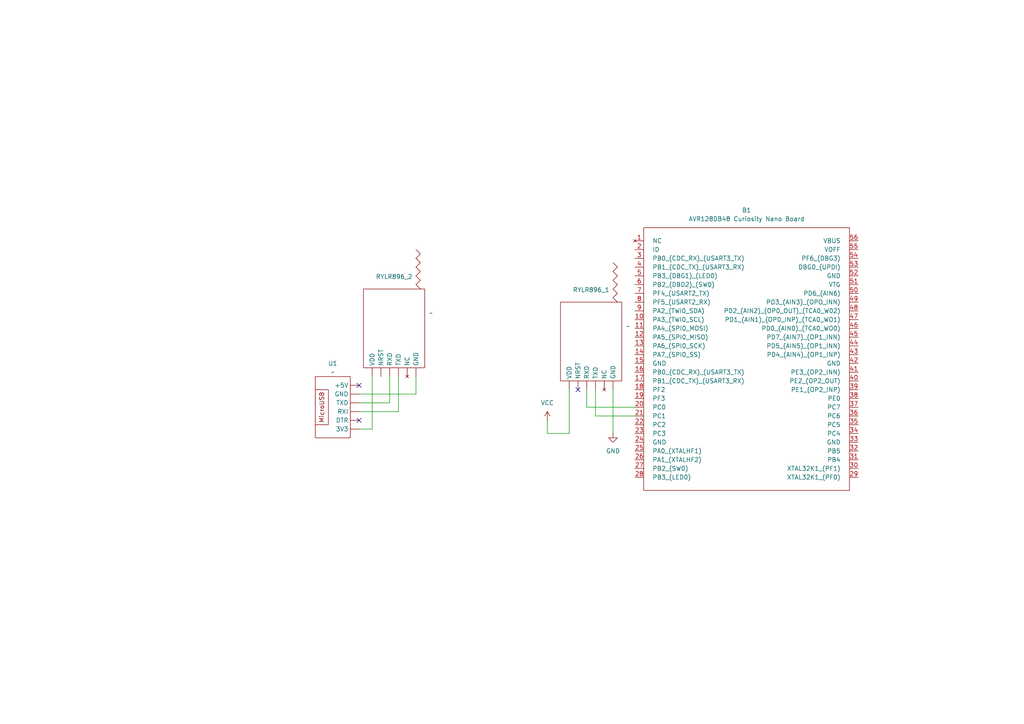
<source format=kicad_sch>
(kicad_sch (version 20231120) (generator "eeschema") (generator_version "8.0")
  (paper "A4")
  (title_block (title "ESE381-Lab09-DT2") (date "2025-04-15") (rev "0") (company "Stony Brook University") (comment 1 "Lab Section 02") (comment 2 "SBUID 114639231") (comment 3 "Hwang Mingi"))
  (lib_symbols
    (symbol "CP2102_USB_to_UART:CP2012_OCP"
      (property "Reference" "U" (at 0 8.89 0))
      (symbol "CP2012_OCP_0_1"
        (rectangle (start -8.89 5.08) (end 8.89 -5.08))
      )
      (symbol "CP2012_OCP_1_1"
        (text_box "MicroUSB" (at -5.08 5.08 0) (size 10.16 -3.81) (effects (font (size 1.27 1.27))))
        (pin output line (at 6.35 -7.62 90) (length 2.54) (name "+5V") (number ""))
        (pin output line (at -6.35 -7.62 90) (length 2.54) (name "3V3") (number ""))
        (pin output line (at -3.81 -7.62 90) (length 2.54) (name "DTR") (number ""))
        (pin output line (at 3.81 -7.62 90) (length 2.54) (name "GND") (number ""))
        (pin output line (at -1.27 -7.62 90) (length 2.54) (name "RXI") (number ""))
        (pin output line (at 1.27 -7.62 90) (length 2.54) (name "TXD") (number ""))
      )
    )
    (symbol "Curiosity_Nano:avr128db48_Curiosity_Nano" (pin_names (offset 2.54))
      (property "Reference" "B" (at -2.032 42.418 0))
      (property "Value" "AVR128DB48 Curiosity Nano Board" (at 1.27 39.116 0))
      (symbol "avr128db48_Curiosity_Nano_0_1"
        (rectangle (start -30.48 36.83) (end 29.21 -39.37))
        (rectangle (start 29.21 -39.37) (end 29.21 -39.37))
      )
      (symbol "avr128db48_Curiosity_Nano_1_1"
        (pin no_connect line (at -33.02 33.02 0) (length 2.54) (name "NC") (number "1"))
        (pin bidirectional line (at -33.02 10.16 0) (length 2.54) (name "PA3_(TWI0_SCL)") (number "10"))
        (pin bidirectional line (at -33.02 7.62 0) (length 2.54) (name "PA4_(SPI0_MOSI)") (number "11"))
        (pin bidirectional line (at -33.02 5.08 0) (length 2.54) (name "PA5_(SPI0_MISO)") (number "12"))
        (pin bidirectional line (at -33.02 2.54 0) (length 2.54) (name "PA6_(SPI0_SCK)") (number "13"))
        (pin bidirectional line (at -33.02 0 0) (length 2.54) (name "PA7_(SPI0_SS)") (number "14"))
        (pin input line (at -33.02 -2.54 0) (length 2.54) (name "GND") (number "15"))
        (pin bidirectional line (at -33.02 -5.08 0) (length 2.54) (name "PB0_(CDC_RX)_(USART3_TX)") (number "16"))
        (pin bidirectional line (at -33.02 -7.62 0) (length 2.54) (name "PB1_(CDC_TX)_(USART3_RX)") (number "17"))
        (pin bidirectional line (at -33.02 -10.16 0) (length 2.54) (name "PF2") (number "18"))
        (pin bidirectional line (at -33.02 -12.7 0) (length 2.54) (name "PF3") (number "19"))
        (pin bidirectional line (at -33.02 30.48 0) (length 2.54) (name "ID") (number "2"))
        (pin bidirectional line (at -33.02 -15.24 0) (length 2.54) (name "PC0") (number "20"))
        (pin bidirectional line (at -33.02 -17.78 0) (length 2.54) (name "PC1") (number "21"))
        (pin bidirectional line (at -33.02 -20.32 0) (length 2.54) (name "PC2") (number "22"))
        (pin bidirectional line (at -33.02 -22.86 0) (length 2.54) (name "PC3") (number "23"))
        (pin input line (at -33.02 -25.4 0) (length 2.54) (name "GND") (number "24"))
        (pin input line (at -33.02 -27.94 0) (length 2.54) (name "PA0_(XTALHF1)") (number "25"))
        (pin input line (at -33.02 -30.48 0) (length 2.54) (name "PA1_(XTALHF2)") (number "26"))
        (pin bidirectional line (at -33.02 -33.02 0) (length 2.54) (name "PB2_(SW0)") (number "27"))
        (pin bidirectional line (at -33.02 -35.56 0) (length 2.54) (name "PB3_(LED0)") (number "28"))
        (pin bidirectional line (at 31.75 -35.56 180) (length 2.54) (name "XTAL32K1_(PF0)") (number "29"))
        (pin bidirectional line (at -33.02 27.94 0) (length 2.54) (name "PB0_(CDC_RX)_(USART3_TX)") (number "3"))
        (pin bidirectional line (at 31.75 -33.02 180) (length 2.54) (name "XTAL32K1_(PF1)") (number "30"))
        (pin bidirectional line (at 31.75 -30.48 180) (length 2.54) (name "PB4") (number "31"))
        (pin bidirectional line (at 31.75 -27.94 180) (length 2.54) (name "PB5") (number "32"))
        (pin input line (at 31.75 -25.4 180) (length 2.54) (name "GND") (number "33"))
        (pin bidirectional line (at 31.75 -22.86 180) (length 2.54) (name "PC4") (number "34"))
        (pin bidirectional line (at 31.75 -20.32 180) (length 2.54) (name "PC5") (number "35"))
        (pin bidirectional line (at 31.75 -17.78 180) (length 2.54) (name "PC6") (number "36"))
        (pin bidirectional line (at 31.75 -15.24 180) (length 2.54) (name "PC7") (number "37"))
        (pin bidirectional line (at 31.75 -12.7 180) (length 2.54) (name "PE0") (number "38"))
        (pin bidirectional line (at 31.75 -10.16 180) (length 2.54) (name "PE1_(OP2_INP)") (number "39"))
        (pin bidirectional line (at -33.02 25.4 0) (length 2.54) (name "PB1_(CDC_TX)_(USART3_RX)") (number "4"))
        (pin bidirectional line (at 31.75 -7.62 180) (length 2.54) (name "PE2_(OP2_OUT)") (number "40"))
        (pin bidirectional line (at 31.75 -5.08 180) (length 2.54) (name "PE3_(OP2_INN)") (number "41"))
        (pin input line (at 31.75 -2.54 180) (length 2.54) (name "GND") (number "42"))
        (pin bidirectional line (at 31.75 0 180) (length 2.54) (name "PD4_(AIN4)_(OP1_INP)") (number "43"))
        (pin bidirectional line (at 31.75 2.54 180) (length 2.54) (name "PD5_(AIN5)_(OP1_INN)") (number "44"))
        (pin bidirectional line (at 31.75 5.08 180) (length 2.54) (name "PD7_(AIN7)_(OP1_INN)") (number "45"))
        (pin bidirectional line (at 31.75 7.62 180) (length 2.54) (name "PD0_(AIN0)_(TCA0_WO0)") (number "46"))
        (pin bidirectional line (at 31.75 10.16 180) (length 2.54) (name "PD1_(AIN1)_(OP0_INP)_(TCA0_WO1)") (number "47"))
        (pin bidirectional line (at 31.75 12.7 180) (length 2.54) (name "PD2_(AIN2)_(OP0_OUT)_(TCA0_W02)") (number "48"))
        (pin bidirectional line (at 31.75 15.24 180) (length 2.54) (name "PD3_(AIN3)_(OPO_INN)") (number "49"))
        (pin bidirectional line (at -33.02 22.86 0) (length 2.54) (name "PB3_(DBG1)_(LED0)") (number "5"))
        (pin bidirectional line (at 31.75 17.78 180) (length 2.54) (name "PD6_(AIN6)") (number "50"))
        (pin power_out line (at 31.75 20.32 180) (length 2.54) (name "VTG") (number "51"))
        (pin input line (at 31.75 22.86 180) (length 2.54) (name "GND") (number "52"))
        (pin bidirectional line (at 31.75 25.4 180) (length 2.54) (name "DBG0_(UPDI)") (number "53"))
        (pin bidirectional line (at 31.75 27.94 180) (length 2.54) (name "PF6_(DBG3)") (number "54"))
        (pin input line (at 31.75 30.48 180) (length 2.54) (name "VOFF") (number "55"))
        (pin power_out line (at 31.75 33.02 180) (length 2.54) (name "VBUS") (number "56"))
        (pin bidirectional line (at -33.02 20.32 0) (length 2.54) (name "PB2_(DBD2)_(SW0)") (number "6"))
        (pin bidirectional line (at -33.02 17.78 0) (length 2.54) (name "PF4_(USART2_TX)") (number "7"))
        (pin bidirectional line (at -33.02 15.24 0) (length 2.54) (name "PF5_(USART2_RX)") (number "8"))
        (pin bidirectional line (at -33.02 12.7 0) (length 2.54) (name "PA2_(TWI0_SDA)") (number "9"))
      )
    )
    (symbol "RYLR896:RYLR896"
      (property "Reference" "RYLR896_1" (at 0 22.352 0))
      (symbol "RYLR896_0_1"
        (rectangle (start -8.89 7.62) (end 8.89 -15.24))
        (polyline (pts (xy 6.35 16.51) (xy 7.62 17.78) (xy 6.35 19.05)))
        (polyline (pts (xy 7.62 7.62) (xy 6.35 8.89) (xy 7.62 10.16) (xy 6.35 11.43) (xy 7.62 12.7) (xy 6.35 13.97) (xy 7.62 15.24) (xy 6.35 16.51)))
      )
      (symbol "RYLR896_1_1"
        (pin power_in line (at 6.35 -17.78 90) (length 2.54) (name "GND") (number ""))
        (pin no_connect line (at 3.81 -17.78 90) (length 2.54) (name "NC") (number ""))
        (pin input line (at -3.81 -17.78 90) (length 2.54) (name "NRST") (number ""))
        (pin input line (at -1.27 -17.78 90) (length 2.54) (name "RXD") (number ""))
        (pin output line (at 1.27 -17.78 90) (length 2.54) (name "TXD") (number ""))
        (pin power_in line (at -6.35 -17.78 90) (length 2.54) (name "VDD") (number ""))
      )
    )
    (symbol "power:GND" (power) (pin_numbers hide) (pin_names (offset 0) hide)
      (property "Value" "GND" (at 0 -3.81 0))
      (symbol "GND_0_1"
        (polyline (pts (xy 0 0) (xy 0 -1.27) (xy 1.27 -1.27) (xy 0 -2.54) (xy -1.27 -1.27) (xy 0 -1.27)))
      )
      (symbol "GND_1_1"
        (pin power_in line (at 0 0 270) (length 0) (name "~") (number "1"))
      )
    )
    (symbol "power:VCC" (power) (pin_numbers hide) (pin_names (offset 0) hide)
      (property "Value" "VCC" (at 0 3.556 0))
      (symbol "VCC_0_1"
        (polyline (pts (xy -0.762 1.27) (xy 0 2.54)))
        (polyline (pts (xy 0 0) (xy 0 2.54)))
        (polyline (pts (xy 0 2.54) (xy 0.762 1.27)))
      )
      (symbol "VCC_1_1"
        (pin power_in line (at 0 0 90) (length 0) (name "~") (number "1"))
      )
    )
  )
  (no_connect (at 104.14 111.76))
  (no_connect (at 167.64 113.03))
  (no_connect (at 104.14 121.92))
  (wire (pts (xy 165.1 113.03) (xy 165.1 125.73)))
  (wire (pts (xy 184.15 118.11) (xy 170.18 118.11)))
  (wire (pts (xy 107.95 124.46) (xy 107.95 109.22)))
  (wire (pts (xy 104.14 119.38) (xy 115.57 119.38)))
  (wire (pts (xy 165.1 125.73) (xy 158.75 125.73)))
  (wire (pts (xy 120.65 114.3) (xy 120.65 109.22)))
  (wire (pts (xy 158.75 121.92) (xy 158.75 125.73)))
  (wire (pts (xy 172.72 120.65) (xy 184.15 120.65)))
  (wire (pts (xy 113.03 116.84) (xy 113.03 109.22)))
  (wire (pts (xy 104.14 114.3) (xy 120.65 114.3)))
  (wire (pts (xy 172.72 113.03) (xy 172.72 120.65)))
  (wire (pts (xy 115.57 119.38) (xy 115.57 109.22)))
  (wire (pts (xy 104.14 116.84) (xy 113.03 116.84)))
  (wire (pts (xy 170.18 118.11) (xy 170.18 113.03)))
  (wire (pts (xy 177.8 113.03) (xy 177.8 125.73)))
  (wire (pts (xy 104.14 124.46) (xy 107.95 124.46)))
  (symbol (lib_id "RYLR896:RYLR896") (at 171.45 95.25 0) (unit 1)
    (property "Reference" "RYLR896_1" (at 166.116 84.074 0) (effects (justify left)))
    (property "Value" "~" (at 181.61 94.615 0) (effects (justify left)))
  )
  (symbol (lib_id "CP2102_USB_to_UART:CP2012_OCP") (at 96.52 118.11 90) (unit 1)
    (property "Reference" "U1" (at 96.52 105.41 90))
    (property "Value" "~" (at 96.52 107.95 90))
  )
  (symbol (lib_id "power:GND") (at 177.8 125.73 0) (unit 1)
    (property "Reference" "#PWR02" (effects (hide yes)))
    (property "Value" "GND" (at 177.8 130.81 0))
    (property "Description" "Power symbol creates a global label with name \"GND\" , ground" (effects (hide yes)))
  )
  (symbol (lib_id "Curiosity_Nano:avr128db48_Curiosity_Nano") (at 217.17 102.87 0) (unit 1)
    (property "Reference" "B1" (at 216.535 60.96 0))
    (property "Value" "AVR128DB48 Curiosity Nano Board" (at 216.535 63.5 0))
  )
  (symbol (lib_id "power:VCC") (at 158.75 121.92 0) (unit 1)
    (property "Reference" "#PWR01" (effects (hide yes)))
    (property "Value" "VCC" (at 158.75 116.84 0))
    (property "Description" "Power symbol creates a global label with name \"VCC\"" (effects (hide yes)))
  )
  (symbol (lib_id "RYLR896:RYLR896") (at 114.3 91.44 0) (unit 1)
    (property "Reference" "RYLR896_2" (at 108.966 80.264 0) (effects (justify left)))
    (property "Value" "~" (at 124.46 90.805 0) (effects (justify left)))
  )
)
</source>
